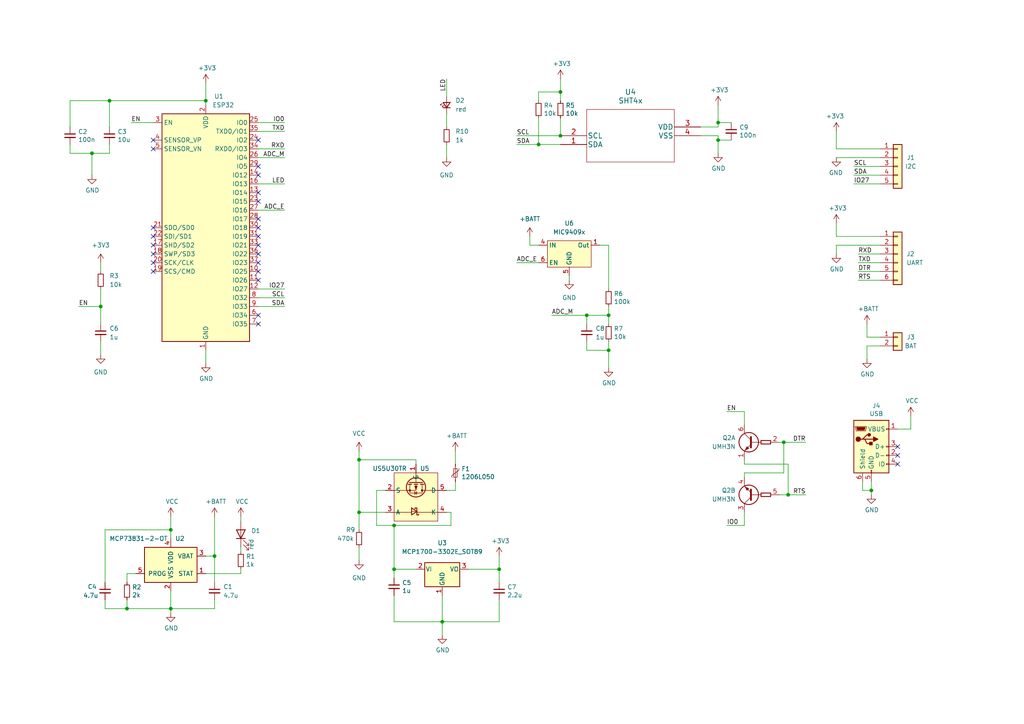
<source format=kicad_sch>
(kicad_sch (version 20211123) (generator eeschema)
  (paper "A4")
  (lib_symbols
    (symbol "Battery_Management:MCP73831-2-OT" (pin_names (offset 1.016))
      (property "Reference" "U" (at -7.62 6.35 0))
      (property "Value" "MCP73831-2-OT" (at 1.27 6.35 0))
      (symbol "MCP73831-2-OT_0_1"
        (rectangle (start -7.62 5.08) (end 7.62 -5.08) (stroke (width 0.254)) (fill (type background)))
      )
      (symbol "MCP73831-2-OT_1_1"
        (pin output line (at 10.16 -2.54 180) (length 2.54) (name "STAT") (number "1"))
        (pin power_in line (at 0 -7.62 90) (length 2.54) (name "VSS") (number "2"))
        (pin power_out line (at 10.16 2.54 180) (length 2.54) (name "VBAT") (number "3"))
        (pin power_in line (at 0 7.62 270) (length 2.54) (name "VDD") (number "4"))
        (pin input line (at -10.16 -2.54 0) (length 2.54) (name "PROG") (number "5"))
      )
    )
    (symbol "Connector:USB_B_Micro" (pin_names (offset 1.016))
      (property "Reference" "J" (at -5.08 11.43 0))
      (property "Value" "USB_B_Micro" (at -5.08 8.89 0))
      (symbol "USB_B_Micro_0_1"
        (rectangle (start -5.08 -7.62) (end 5.08 7.62) (stroke (width 0.254)) (fill (type background)))
        (circle (center -3.81 2.159) (radius 0.635) (stroke (width 0.254)) (fill (type outline)))
        (circle (center -0.635 3.429) (radius 0.381) (stroke (width 0.254)) (fill (type outline)))
        (rectangle (start -0.127 -7.62) (end 0.127 -6.858))
        (polyline (pts (xy -1.905 2.159) (xy 0.635 2.159)) (stroke (width 0.254)))
        (polyline (pts (xy -3.175 2.159) (xy -2.54 2.159) (xy -1.27 3.429) (xy -0.635 3.429)) (stroke (width 0.254)))
        (polyline (pts (xy -2.54 2.159) (xy -1.905 2.159) (xy -1.27 0.889) (xy 0 0.889)) (stroke (width 0.254)))
        (polyline (pts (xy 0.635 2.794) (xy 0.635 1.524) (xy 1.905 2.159) (xy 0.635 2.794)) (stroke (width 0.254)) (fill (type outline)))
        (polyline (pts (xy -4.318 5.588) (xy -1.778 5.588) (xy -2.032 4.826) (xy -4.064 4.826) (xy -4.318 5.588)) (fill (type outline)))
        (polyline (pts (xy -4.699 5.842) (xy -4.699 5.588) (xy -4.445 4.826) (xy -4.445 4.572) (xy -1.651 4.572) (xy -1.651 4.826) (xy -1.397 5.588) (xy -1.397 5.842) (xy -4.699 5.842)))
        (rectangle (start 0.254 1.27) (end -0.508 0.508) (stroke (width 0.254)) (fill (type outline)))
        (rectangle (start 5.08 -5.207) (end 4.318 -4.953))
        (rectangle (start 5.08 -2.667) (end 4.318 -2.413))
        (rectangle (start 5.08 -0.127) (end 4.318 0.127))
        (rectangle (start 5.08 4.953) (end 4.318 5.207))
      )
      (symbol "USB_B_Micro_1_1"
        (pin power_out line (at 7.62 5.08 180) (length 2.54) (name "VBUS") (number "1"))
        (pin bidirectional line (at 7.62 -2.54 180) (length 2.54) (name "D-") (number "2"))
        (pin bidirectional line (at 7.62 0 180) (length 2.54) (name "D+") (number "3"))
        (pin passive line (at 7.62 -5.08 180) (length 2.54) (name "ID") (number "4"))
        (pin power_out line (at 0 -10.16 90) (length 2.54) (name "GND") (number "5"))
        (pin passive line (at -2.54 -10.16 90) (length 2.54) (name "Shield") (number "6"))
      )
    )
    (symbol "Connector_Generic:Conn_01x02" (pin_names (offset 1.016) hide)
      (property "Reference" "J" (at 0 2.54 0))
      (property "Value" "Conn_01x02" (at 0 -5.08 0))
      (symbol "Conn_01x02_1_1"
        (rectangle (start -1.27 -2.413) (end 0 -2.667) (stroke (width 0.1524)))
        (rectangle (start -1.27 0.127) (end 0 -0.127) (stroke (width 0.1524)))
        (rectangle (start -1.27 1.27) (end 1.27 -3.81) (stroke (width 0.254)) (fill (type background)))
        (pin passive line (at -5.08 0 0) (length 3.81) (name "Pin_1") (number "1") (alternate "" input line))
        (pin passive line (at -5.08 -2.54 0) (length 3.81) (name "Pin_2") (number "2"))
      )
    )
    (symbol "Connector_Generic:Conn_01x05" (pin_names (offset 1.016) hide)
      (property "Reference" "J" (at 0 7.62 0))
      (property "Value" "Conn_01x05" (at 0 -7.62 0))
      (symbol "Conn_01x05_1_1"
        (rectangle (start -1.27 -4.953) (end 0 -5.207) (stroke (width 0.1524)))
        (rectangle (start -1.27 -2.413) (end 0 -2.667) (stroke (width 0.1524)))
        (rectangle (start -1.27 0.127) (end 0 -0.127) (stroke (width 0.1524)))
        (rectangle (start -1.27 2.667) (end 0 2.413) (stroke (width 0.1524)))
        (rectangle (start -1.27 5.207) (end 0 4.953) (stroke (width 0.1524)))
        (rectangle (start -1.27 6.35) (end 1.27 -6.35) (stroke (width 0.254)) (fill (type background)))
        (pin passive line (at -5.08 5.08 0) (length 3.81) (name "Pin_1") (number "1"))
        (pin passive line (at -5.08 2.54 0) (length 3.81) (name "Pin_2") (number "2"))
        (pin passive line (at -5.08 0 0) (length 3.81) (name "Pin_3") (number "3"))
        (pin passive line (at -5.08 -2.54 0) (length 3.81) (name "Pin_4") (number "4"))
        (pin passive line (at -5.08 -5.08 0) (length 3.81) (name "Pin_5") (number "5"))
      )
    )
    (symbol "Connector_Generic:Conn_01x06" (pin_names (offset 1.016) hide)
      (property "Reference" "J" (at 0 7.62 0))
      (property "Value" "Conn_01x06" (at 0 -10.16 0))
      (symbol "Conn_01x06_1_1"
        (rectangle (start -1.27 -7.493) (end 0 -7.747) (stroke (width 0.1524)))
        (rectangle (start -1.27 -4.953) (end 0 -5.207) (stroke (width 0.1524)))
        (rectangle (start -1.27 -2.413) (end 0 -2.667) (stroke (width 0.1524)))
        (rectangle (start -1.27 0.127) (end 0 -0.127) (stroke (width 0.1524)))
        (rectangle (start -1.27 2.667) (end 0 2.413) (stroke (width 0.1524)))
        (rectangle (start -1.27 5.207) (end 0 4.953) (stroke (width 0.1524)))
        (rectangle (start -1.27 6.35) (end 1.27 -8.89) (stroke (width 0.254)) (fill (type background)))
        (pin passive line (at -5.08 5.08 0) (length 3.81) (name "Pin_1") (number "1"))
        (pin passive line (at -5.08 2.54 0) (length 3.81) (name "Pin_2") (number "2"))
        (pin passive line (at -5.08 0 0) (length 3.81) (name "Pin_3") (number "3"))
        (pin passive line (at -5.08 -2.54 0) (length 3.81) (name "Pin_4") (number "4"))
        (pin passive line (at -5.08 -5.08 0) (length 3.81) (name "Pin_5") (number "5"))
        (pin passive line (at -5.08 -7.62 0) (length 3.81) (name "Pin_6") (number "6"))
      )
    )
    (symbol "Device:C_Small" (pin_numbers hide) (pin_names (offset 0.254) hide)
      (property "Reference" "C" (at 0.254 1.778 0))
      (property "Value" "C_Small" (at 0.254 -2.032 0))
      (symbol "C_Small_0_1"
        (polyline (pts (xy -1.524 -0.508) (xy 1.524 -0.508)) (stroke (width 0.3302)))
        (polyline (pts (xy -1.524 0.508) (xy 1.524 0.508)) (stroke (width 0.3048)))
      )
      (symbol "C_Small_1_1"
        (pin passive line (at 0 2.54 270) (length 2.032) (name "~") (number "1"))
        (pin passive line (at 0 -2.54 90) (length 2.032) (name "~") (number "2"))
      )
    )
    (symbol "Device:LED" (pin_numbers hide) (pin_names (offset 1.016) hide)
      (property "Reference" "D" (at 0 2.54 0))
      (property "Value" "LED" (at 0 -2.54 0))
      (symbol "LED_0_1"
        (polyline (pts (xy -1.27 -1.27) (xy -1.27 1.27)) (stroke (width 0.254)))
        (polyline (pts (xy -1.27 0) (xy 1.27 0)))
        (polyline (pts (xy 1.27 -1.27) (xy 1.27 1.27) (xy -1.27 0) (xy 1.27 -1.27)) (stroke (width 0.254)))
        (polyline (pts (xy -3.048 -0.762) (xy -4.572 -2.286) (xy -3.81 -2.286) (xy -4.572 -2.286) (xy -4.572 -1.524)))
        (polyline (pts (xy -1.778 -0.762) (xy -3.302 -2.286) (xy -2.54 -2.286) (xy -3.302 -2.286) (xy -3.302 -1.524)))
      )
      (symbol "LED_1_1"
        (pin passive line (at -3.81 0 0) (length 2.54) (name "K") (number "1"))
        (pin passive line (at 3.81 0 180) (length 2.54) (name "A") (number "2"))
      )
    )
    (symbol "Device:LED_Small" (pin_numbers hide) (pin_names (offset 0.254) hide)
      (property "Reference" "D" (at -1.27 3.175 0))
      (property "Value" "LED_Small" (at -4.445 -2.54 0))
      (symbol "LED_Small_0_1"
        (polyline (pts (xy -0.762 -1.016) (xy -0.762 1.016)) (stroke (width 0.254)))
        (polyline (pts (xy 1.016 0) (xy -0.762 0)))
        (polyline (pts (xy 0.762 -1.016) (xy -0.762 0) (xy 0.762 1.016) (xy 0.762 -1.016)) (stroke (width 0.254)))
        (polyline (pts (xy 0 0.762) (xy -0.508 1.27) (xy -0.254 1.27) (xy -0.508 1.27) (xy -0.508 1.016)))
        (polyline (pts (xy 0.508 1.27) (xy 0 1.778) (xy 0.254 1.778) (xy 0 1.778) (xy 0 1.524)))
      )
      (symbol "LED_Small_1_1"
        (pin passive line (at -2.54 0 0) (length 1.778) (name "K") (number "1"))
        (pin passive line (at 2.54 0 180) (length 1.778) (name "A") (number "2"))
      )
    )
    (symbol "Device:Polyfuse_Small" (pin_numbers hide) (pin_names (offset 0))
      (property "Reference" "F" (at -1.905 0 90))
      (property "Value" "Polyfuse_Small" (at 1.905 0 90))
      (symbol "Polyfuse_Small_0_1"
        (rectangle (start -0.508 1.27) (end 0.508 -1.27))
        (polyline (pts (xy 0 2.54) (xy 0 -2.54)))
        (polyline (pts (xy -1.016 1.27) (xy -1.016 0.762) (xy 1.016 -0.762) (xy 1.016 -1.27)))
      )
      (symbol "Polyfuse_Small_1_1"
        (pin passive line (at 0 2.54 270) (length 0.635) (name "~") (number "1"))
        (pin passive line (at 0 -2.54 90) (length 0.635) (name "~") (number "2"))
      )
    )
    (symbol "Device:R_Small" (pin_numbers hide) (pin_names (offset 0.254) hide)
      (property "Reference" "R" (at 0.762 0.508 0))
      (property "Value" "R_Small" (at 0.762 -1.016 0))
      (symbol "R_Small_0_1"
        (rectangle (start -0.762 1.778) (end 0.762 -1.778) (stroke (width 0.2032)))
      )
      (symbol "R_Small_1_1"
        (pin passive line (at 0 2.54 270) (length 0.762) (name "~") (number "1"))
        (pin passive line (at 0 -2.54 90) (length 0.762) (name "~") (number "2"))
      )
    )
    (symbol "RF_Module:ESP32-WROOM-32"
      (property "Reference" "U" (at -12.7 34.29 0))
      (property "Value" "ESP32-WROOM-32" (at 1.27 34.29 0))
      (symbol "ESP32-WROOM-32_0_1"
        (rectangle (start -12.7 33.02) (end 12.7 -33.02) (stroke (width 0.254)) (fill (type background)))
      )
      (symbol "ESP32-WROOM-32_1_1"
        (pin power_in line (at 0 -35.56 90) (length 2.54) (name "GND") (number "1"))
        (pin bidirectional line (at 15.24 -12.7 180) (length 2.54) (name "IO25") (number "10"))
        (pin bidirectional line (at 15.24 -15.24 180) (length 2.54) (name "IO26") (number "11"))
        (pin bidirectional line (at 15.24 -17.78 180) (length 2.54) (name "IO27") (number "12"))
        (pin bidirectional line (at 15.24 10.16 180) (length 2.54) (name "IO14") (number "13"))
        (pin bidirectional line (at 15.24 15.24 180) (length 2.54) (name "IO12") (number "14"))
        (pin passive line (at 0 -35.56 90) (length 2.54) hide (name "GND") (number "15"))
        (pin bidirectional line (at 15.24 12.7 180) (length 2.54) (name "IO13") (number "16"))
        (pin bidirectional line (at -15.24 -5.08 0) (length 2.54) (name "SHD/SD2") (number "17"))
        (pin bidirectional line (at -15.24 -7.62 0) (length 2.54) (name "SWP/SD3") (number "18"))
        (pin bidirectional line (at -15.24 -12.7 0) (length 2.54) (name "SCS/CMD") (number "19"))
        (pin power_in line (at 0 35.56 270) (length 2.54) (name "VDD") (number "2"))
        (pin bidirectional line (at -15.24 -10.16 0) (length 2.54) (name "SCK/CLK") (number "20"))
        (pin bidirectional line (at -15.24 0 0) (length 2.54) (name "SDO/SD0") (number "21"))
        (pin bidirectional line (at -15.24 -2.54 0) (length 2.54) (name "SDI/SD1") (number "22"))
        (pin bidirectional line (at 15.24 7.62 180) (length 2.54) (name "IO15") (number "23"))
        (pin bidirectional line (at 15.24 25.4 180) (length 2.54) (name "IO2") (number "24"))
        (pin bidirectional line (at 15.24 30.48 180) (length 2.54) (name "IO0") (number "25"))
        (pin bidirectional line (at 15.24 20.32 180) (length 2.54) (name "IO4") (number "26"))
        (pin bidirectional line (at 15.24 5.08 180) (length 2.54) (name "IO16") (number "27"))
        (pin bidirectional line (at 15.24 2.54 180) (length 2.54) (name "IO17") (number "28"))
        (pin bidirectional line (at 15.24 17.78 180) (length 2.54) (name "IO5") (number "29"))
        (pin input line (at -15.24 30.48 0) (length 2.54) (name "EN") (number "3"))
        (pin bidirectional line (at 15.24 0 180) (length 2.54) (name "IO18") (number "30"))
        (pin bidirectional line (at 15.24 -2.54 180) (length 2.54) (name "IO19") (number "31"))
        (pin no_connect line (at -12.7 -27.94 0) (length 2.54) hide (name "NC") (number "32"))
        (pin bidirectional line (at 15.24 -5.08 180) (length 2.54) (name "IO21") (number "33"))
        (pin bidirectional line (at 15.24 22.86 180) (length 2.54) (name "RXD0/IO3") (number "34"))
        (pin bidirectional line (at 15.24 27.94 180) (length 2.54) (name "TXD0/IO1") (number "35"))
        (pin bidirectional line (at 15.24 -7.62 180) (length 2.54) (name "IO22") (number "36"))
        (pin bidirectional line (at 15.24 -10.16 180) (length 2.54) (name "IO23") (number "37"))
        (pin passive line (at 0 -35.56 90) (length 2.54) hide (name "GND") (number "38"))
        (pin passive line (at 0 -35.56 90) (length 2.54) hide (name "GND") (number "39"))
        (pin input line (at -15.24 25.4 0) (length 2.54) (name "SENSOR_VP") (number "4"))
        (pin input line (at -15.24 22.86 0) (length 2.54) (name "SENSOR_VN") (number "5"))
        (pin input line (at 15.24 -25.4 180) (length 2.54) (name "IO34") (number "6"))
        (pin input line (at 15.24 -27.94 180) (length 2.54) (name "IO35") (number "7"))
        (pin bidirectional line (at 15.24 -20.32 180) (length 2.54) (name "IO32") (number "8"))
        (pin bidirectional line (at 15.24 -22.86 180) (length 2.54) (name "IO33") (number "9"))
      )
    )
    (symbol "Regulator_Linear:MCP1700-3302E_SOT89" (pin_names (offset 0.254))
      (property "Reference" "U" (at -3.81 3.175 0))
      (property "Value" "MCP1700-3302E_SOT89" (at 0 3.175 0))
      (symbol "MCP1700-3302E_SOT89_0_1"
        (rectangle (start -5.08 -5.08) (end 5.08 1.905) (stroke (width 0.254)) (fill (type background)))
      )
      (symbol "MCP1700-3302E_SOT89_1_1"
        (pin power_in line (at 0 -7.62 90) (length 2.54) (name "GND") (number "1"))
        (pin power_in line (at -7.62 0 0) (length 2.54) (name "VI") (number "2"))
        (pin power_out line (at 7.62 0 180) (length 2.54) (name "VO") (number "3"))
      )
    )
    (symbol "SHT40-AD18-R2:SHT40-AD1B-R2" (pin_names (offset 0.254))
      (property "Reference" "U4" (at 20.32 14.9098 0))
      (property "Value" "SHT40-AD1B-R2" (at 20.32 12.2174 0))
      (symbol "SHT40-AD1B-R2_1_1"
        (polyline (pts (xy 7.62 -10.16) (xy 33.02 -10.16)) (stroke (width 0.127)))
        (polyline (pts (xy 7.62 5.08) (xy 7.62 -10.16)) (stroke (width 0.127)))
        (polyline (pts (xy 33.02 -10.16) (xy 33.02 5.08)) (stroke (width 0.127)))
        (polyline (pts (xy 33.02 5.08) (xy 7.62 5.08)) (stroke (width 0.127)))
        (pin bidirectional line (at 0 0 0) (length 7.62) (name "SDA") (number "1"))
        (pin input line (at 0 -2.54 0) (length 7.62) (name "SCL") (number "2"))
        (pin power_in line (at 40.64 -5.08 180) (length 7.62) (name "VDD") (number "3"))
        (pin power_in line (at 40.64 -2.54 180) (length 7.62) (name "VSS") (number "4"))
      )
    )
    (symbol "Transistor_BJT:UMH3N" (pin_names hide)
      (property "Reference" "Q" (at 7.62 1.27 0))
      (property "Value" "UMH3N" (at 7.62 -1.27 0))
      (symbol "UMH3N_0_1"
        (polyline (pts (xy 3.175 0) (xy 0.254 0)))
        (polyline (pts (xy 3.175 0.635) (xy 5.08 2.54)))
        (polyline (pts (xy 3.175 1.524) (xy 3.175 -1.524)) (stroke (width 0.508)))
        (polyline (pts (xy 3.175 -0.635) (xy 5.08 -2.54) (xy 5.08 -2.54)))
        (polyline (pts (xy 3.81 -1.778) (xy 4.318 -1.27) (xy 4.826 -2.286) (xy 3.81 -1.778) (xy 3.81 -1.778)) (fill (type outline)))
        (rectangle (start 0.254 0.508) (end -2.54 -0.508) (stroke (width 0.254)))
        (circle (center 3.81 0) (radius 2.8194) (stroke (width 0.254)))
      )
      (symbol "UMH3N_1_1"
        (pin passive line (at 5.08 -5.08 90) (length 2.54) (name "E1") (number "1"))
        (pin input line (at -5.08 0 0) (length 2.54) (name "B1") (number "2"))
        (pin passive line (at 5.08 5.08 270) (length 2.54) (name "C1") (number "6"))
      )
      (symbol "UMH3N_2_1"
        (pin passive line (at 5.08 5.08 270) (length 2.54) (name "C2") (number "3"))
        (pin passive line (at 5.08 -5.08 90) (length 2.54) (name "E2") (number "4"))
        (pin input line (at -5.08 0 0) (length 2.54) (name "B2") (number "5"))
      )
    )
    (symbol "parts:MIC9409x"
      (property "Reference" "U" (at 0 0 0))
      (property "Value" "MIC9409x" (at 0 2.54 0))
      (symbol "MIC9409x_0_1"
        (rectangle (start -6.35 -1.27) (end 6.35 -8.89) (fill (type background)))
      )
      (symbol "MIC9409x_1_1"
        (pin output line (at 8.89 -2.54 180) (length 2.54) (name "Out") (number "1"))
        (pin passive line (at 0 -11.43 90) (length 2.54) hide (name "GND") (number "2"))
        (pin no_connect line (at 8.89 -7.62 180) (length 2.54) hide (name "NC") (number "3"))
        (pin input line (at -8.89 -2.54 0) (length 2.54) (name "IN") (number "4"))
        (pin input line (at 0 -11.43 90) (length 2.54) (name "GND") (number "5"))
        (pin input line (at -8.89 -7.62 0) (length 2.54) (name "EN") (number "6"))
      )
    )
    (symbol "parts:US5U30TR"
      (property "Reference" "U" (at 0 0 0))
      (property "Value" "US5U30TR" (at 0 2.54 0))
      (symbol "US5U30TR_0_1"
        (circle (center -3.429 -15.24) (radius 2.794) (stroke (width 0.254)))
        (circle (center -2.54 -17.018) (radius 0.254) (fill (type outline)))
        (circle (center -2.54 -13.462) (radius 0.254) (fill (type outline)))
        (polyline (pts (xy -4.826 -15.24) (xy -7.62 -15.24)))
        (polyline (pts (xy -4.826 -13.335) (xy -4.826 -17.145)) (stroke (width 0.254)))
        (polyline (pts (xy -4.318 -16.51) (xy -4.318 -17.526)) (stroke (width 0.254)))
        (polyline (pts (xy -4.318 -14.732) (xy -4.318 -15.748)) (stroke (width 0.254)))
        (polyline (pts (xy -4.318 -12.954) (xy -4.318 -13.97)) (stroke (width 0.254)))
        (polyline (pts (xy -2.54 -21.59) (xy -2.54 -17.78)))
        (polyline (pts (xy -2.54 -12.7) (xy -2.54 -13.462)))
        (polyline (pts (xy -2.54 -8.89) (xy -2.54 -12.7)))
        (polyline (pts (xy 3.556 -14.986) (xy 3.556 -16.51)))
        (polyline (pts (xy 3.81 -21.59) (xy 3.81 -16.51)))
        (polyline (pts (xy 3.81 -8.89) (xy 3.81 -15.24)))
        (polyline (pts (xy -2.54 -17.78) (xy -2.54 -15.24) (xy -4.318 -15.24)))
        (polyline (pts (xy -4.318 -13.462) (xy -1.778 -13.462) (xy -1.778 -17.018) (xy -4.318 -17.018)))
        (polyline (pts (xy -2.794 -15.24) (xy -3.81 -14.859) (xy -3.81 -15.621) (xy -2.794 -15.24)) (fill (type outline)))
        (polyline (pts (xy -2.286 -15.748) (xy -2.159 -15.621) (xy -1.397 -15.621) (xy -1.27 -15.494)))
        (polyline (pts (xy -1.778 -15.621) (xy -2.159 -14.986) (xy -1.397 -14.986) (xy -1.778 -15.621)))
        (polyline (pts (xy 2.54 -16.51) (xy 3.556 -14.986) (xy 4.572 -16.51) (xy 2.54 -16.51)) (stroke (width 0.254)))
        (polyline (pts (xy 4.318 -14.478) (xy 4.572 -14.478) (xy 4.572 -14.986) (xy 2.54 -14.986) (xy 2.54 -15.494) (xy 2.794 -15.494)) (stroke (width 0.254)))
        (rectangle (start 6.35 -8.89) (end -7.62 -21.59) (fill (type background)))
      )
      (symbol "US5U30TR_1_1"
        (pin input line (at -10.16 -15.24 0) (length 2.54) (name "G") (number "1"))
        (pin passive line (at -2.54 -24.13 90) (length 2.54) (name "S") (number "2"))
        (pin passive line (at 3.81 -24.13 90) (length 2.54) (name "A") (number "3"))
        (pin passive line (at 3.81 -6.35 270) (length 2.54) (name "K") (number "4"))
        (pin passive line (at -2.54 -6.35 270) (length 2.54) (name "D") (number "5"))
      )
    )
    (symbol "power:+3.3V" (power) (pin_names (offset 0))
      (property "Value" "+3.3V" (at 0 3.556 0))
      (symbol "+3.3V_0_1"
        (polyline (pts (xy -0.762 1.27) (xy 0 2.54)))
        (polyline (pts (xy 0 0) (xy 0 2.54)))
        (polyline (pts (xy 0 2.54) (xy 0.762 1.27)))
      )
      (symbol "+3.3V_1_1"
        (pin power_in line (at 0 0 90) (length 0) hide (name "+3V3") (number "1"))
      )
    )
    (symbol "power:+3V3" (power) (pin_names (offset 0))
      (property "Value" "+3V3" (at 0 3.556 0))
      (symbol "+3V3_0_1"
        (polyline (pts (xy -0.762 1.27) (xy 0 2.54)))
        (polyline (pts (xy 0 0) (xy 0 2.54)))
        (polyline (pts (xy 0 2.54) (xy 0.762 1.27)))
      )
      (symbol "+3V3_1_1"
        (pin power_in line (at 0 0 90) (length 0) hide (name "+3V3") (number "1"))
      )
    )
    (symbol "power:+BATT" (power) (pin_names (offset 0))
      (property "Value" "+BATT" (at 0 3.556 0))
      (symbol "+BATT_0_1"
        (polyline (pts (xy -0.762 1.27) (xy 0 2.54)))
        (polyline (pts (xy 0 0) (xy 0 2.54)))
        (polyline (pts (xy 0 2.54) (xy 0.762 1.27)))
      )
      (symbol "+BATT_1_1"
        (pin power_in line (at 0 0 90) (length 0) hide (name "+BATT") (number "1"))
      )
    )
    (symbol "power:GND" (power) (pin_names (offset 0))
      (property "Value" "GND" (at 0 -3.81 0))
      (symbol "GND_0_1"
        (polyline (pts (xy 0 0) (xy 0 -1.27) (xy 1.27 -1.27) (xy 0 -2.54) (xy -1.27 -1.27) (xy 0 -1.27)))
      )
      (symbol "GND_1_1"
        (pin power_in line (at 0 0 270) (length 0) hide (name "GND") (number "1"))
      )
    )
    (symbol "power:VCC" (power) (pin_names (offset 0))
      (property "Value" "VCC" (at 0 3.81 0))
      (symbol "VCC_0_1"
        (polyline (pts (xy -0.762 1.27) (xy 0 2.54)))
        (polyline (pts (xy 0 0) (xy 0 2.54)))
        (polyline (pts (xy 0 2.54) (xy 0.762 1.27)))
      )
      (symbol "VCC_1_1"
        (pin power_in line (at 0 0 90) (length 0) hide (name "VCC") (number "1"))
      )
    )
  )
  (junction (at 208.28 35.56))
  (junction (at 144.78 165.1))
  (junction (at 227.33 128.27))
  (junction (at 128.27 180.34))
  (junction (at 36.83 176.53))
  (junction (at 156.21 41.91))
  (junction (at 31.75 29.21))
  (junction (at 252.73 142.24))
  (junction (at 114.3 152.4))
  (junction (at 176.53 101.6))
  (junction (at 29.21 88.9))
  (junction (at 49.53 176.53))
  (junction (at 26.67 44.45))
  (junction (at 49.53 153.67))
  (junction (at 59.69 29.21))
  (junction (at 62.23 161.29))
  (junction (at 228.6 143.51))
  (junction (at 176.53 91.44))
  (junction (at 162.56 39.37))
  (junction (at 104.14 133.35))
  (junction (at 114.3 165.1))
  (junction (at 208.28 40.64))
  (junction (at 104.14 148.59))
  (junction (at 170.18 91.44))
  (junction (at 162.56 26.67))
  (no_connect (at 74.93 78.74))
  (no_connect (at 44.45 73.66))
  (no_connect (at 74.93 81.28))
  (no_connect (at 260.35 132.08))
  (no_connect (at 44.45 43.18))
  (no_connect (at 74.93 55.88))
  (no_connect (at 44.45 76.2))
  (no_connect (at 74.93 48.26))
  (no_connect (at 44.45 68.58))
  (no_connect (at 74.93 58.42))
  (no_connect (at 74.93 40.64))
  (no_connect (at 44.45 40.64))
  (no_connect (at 44.45 66.04))
  (no_connect (at 44.45 71.12))
  (no_connect (at 74.93 68.58))
  (no_connect (at 260.35 129.54))
  (no_connect (at 74.93 63.5))
  (no_connect (at 74.93 50.8))
  (no_connect (at 74.93 66.04))
  (no_connect (at 44.45 78.74))
  (no_connect (at 260.35 134.62))
  (no_connect (at 74.93 71.12))
  (no_connect (at 74.93 73.66))
  (no_connect (at 74.93 76.2))
  (no_connect (at 74.93 93.98))
  (no_connect (at 74.93 91.44))
  (wire (pts (xy 215.9 148.59) (xy 215.9 152.4)))
  (wire (pts (xy 251.46 100.33) (xy 255.27 100.33)))
  (wire (pts (xy 49.53 171.45) (xy 49.53 176.53)))
  (wire (pts (xy 144.78 173.99) (xy 144.78 180.34)))
  (wire (pts (xy 135.89 165.1) (xy 144.78 165.1)))
  (wire (pts (xy 250.19 139.7) (xy 250.19 142.24)))
  (wire (pts (xy 20.32 36.83) (xy 20.32 29.21)))
  (wire (pts (xy 104.14 148.59) (xy 104.14 153.67)))
  (wire (pts (xy 132.08 139.7) (xy 132.08 142.24)))
  (wire (pts (xy 242.57 71.12) (xy 242.57 73.66)))
  (wire (pts (xy 30.48 168.91) (xy 30.48 153.67)))
  (wire (pts (xy 59.69 24.13) (xy 59.69 29.21)))
  (wire (pts (xy 128.27 180.34) (xy 128.27 184.15)))
  (wire (pts (xy 149.86 39.37) (xy 162.56 39.37)))
  (wire (pts (xy 120.65 165.1) (xy 114.3 165.1)))
  (wire (pts (xy 20.32 29.21) (xy 31.75 29.21)))
  (wire (pts (xy 242.57 64.77) (xy 242.57 68.58)))
  (wire (pts (xy 228.6 134.62) (xy 228.6 143.51)))
  (wire (pts (xy 74.93 88.9) (xy 82.55 88.9)))
  (wire (pts (xy 227.33 137.16) (xy 215.9 137.16)))
  (wire (pts (xy 22.86 88.9) (xy 29.21 88.9)))
  (wire (pts (xy 149.86 41.91) (xy 156.21 41.91)))
  (wire (pts (xy 144.78 165.1) (xy 144.78 168.91)))
  (wire (pts (xy 74.93 35.56) (xy 82.55 35.56)))
  (wire (pts (xy 104.14 148.59) (xy 111.76 148.59)))
  (wire (pts (xy 31.75 36.83) (xy 31.75 29.21)))
  (wire (pts (xy 109.22 142.24) (xy 109.22 152.4)))
  (wire (pts (xy 215.9 134.62) (xy 228.6 134.62)))
  (wire (pts (xy 74.93 45.72) (xy 82.55 45.72)))
  (wire (pts (xy 36.83 173.99) (xy 36.83 176.53)))
  (wire (pts (xy 156.21 29.21) (xy 156.21 26.67)))
  (wire (pts (xy 255.27 45.72) (xy 242.57 45.72)))
  (wire (pts (xy 69.85 158.75) (xy 69.85 160.02)))
  (wire (pts (xy 170.18 91.44) (xy 176.53 91.44)))
  (wire (pts (xy 49.53 176.53) (xy 62.23 176.53)))
  (wire (pts (xy 208.28 39.37) (xy 208.28 40.64)))
  (wire (pts (xy 49.53 149.86) (xy 49.53 153.67)))
  (wire (pts (xy 227.33 128.27) (xy 227.33 137.16)))
  (wire (pts (xy 248.92 73.66) (xy 255.27 73.66)))
  (wire (pts (xy 162.56 26.67) (xy 162.56 22.86)))
  (wire (pts (xy 255.27 76.2) (xy 248.92 76.2)))
  (wire (pts (xy 203.2 36.83) (xy 208.28 36.83)))
  (wire (pts (xy 59.69 166.37) (xy 69.85 166.37)))
  (wire (pts (xy 74.93 53.34) (xy 82.55 53.34)))
  (wire (pts (xy 31.75 29.21) (xy 59.69 29.21)))
  (wire (pts (xy 215.9 137.16) (xy 215.9 138.43)))
  (wire (pts (xy 162.56 29.21) (xy 162.56 26.67)))
  (wire (pts (xy 176.53 99.06) (xy 176.53 101.6)))
  (wire (pts (xy 132.08 130.81) (xy 132.08 134.62)))
  (wire (pts (xy 210.82 119.38) (xy 215.9 119.38)))
  (wire (pts (xy 227.33 128.27) (xy 233.68 128.27)))
  (wire (pts (xy 255.27 48.26) (xy 247.65 48.26)))
  (wire (pts (xy 128.27 172.72) (xy 128.27 180.34)))
  (wire (pts (xy 264.16 120.65) (xy 264.16 124.46)))
  (wire (pts (xy 226.06 143.51) (xy 228.6 143.51)))
  (wire (pts (xy 26.67 44.45) (xy 31.75 44.45)))
  (wire (pts (xy 165.1 80.01) (xy 165.1 81.28)))
  (wire (pts (xy 176.53 71.12) (xy 176.53 83.82)))
  (wire (pts (xy 208.28 40.64) (xy 208.28 44.45)))
  (wire (pts (xy 156.21 26.67) (xy 162.56 26.67)))
  (wire (pts (xy 49.53 153.67) (xy 49.53 156.21)))
  (wire (pts (xy 114.3 152.4) (xy 130.81 152.4)))
  (wire (pts (xy 109.22 152.4) (xy 114.3 152.4)))
  (wire (pts (xy 149.86 76.2) (xy 156.21 76.2)))
  (wire (pts (xy 62.23 161.29) (xy 62.23 149.86)))
  (wire (pts (xy 129.54 41.91) (xy 129.54 45.72)))
  (wire (pts (xy 20.32 44.45) (xy 20.32 41.91)))
  (wire (pts (xy 212.09 40.64) (xy 208.28 40.64)))
  (wire (pts (xy 114.3 167.64) (xy 114.3 165.1)))
  (wire (pts (xy 215.9 152.4) (xy 210.82 152.4)))
  (wire (pts (xy 248.92 78.74) (xy 255.27 78.74)))
  (wire (pts (xy 74.93 86.36) (xy 82.55 86.36)))
  (wire (pts (xy 130.81 152.4) (xy 130.81 148.59)))
  (wire (pts (xy 69.85 166.37) (xy 69.85 165.1)))
  (wire (pts (xy 242.57 68.58) (xy 255.27 68.58)))
  (wire (pts (xy 31.75 41.91) (xy 31.75 44.45)))
  (wire (pts (xy 120.65 134.62) (xy 120.65 133.35)))
  (wire (pts (xy 111.76 142.24) (xy 109.22 142.24)))
  (wire (pts (xy 132.08 142.24) (xy 129.54 142.24)))
  (wire (pts (xy 170.18 91.44) (xy 170.18 93.98)))
  (wire (pts (xy 129.54 33.02) (xy 129.54 36.83)))
  (wire (pts (xy 170.18 99.06) (xy 170.18 101.6)))
  (wire (pts (xy 36.83 166.37) (xy 36.83 168.91)))
  (wire (pts (xy 104.14 158.75) (xy 104.14 162.56)))
  (wire (pts (xy 156.21 34.29) (xy 156.21 41.91)))
  (wire (pts (xy 114.3 180.34) (xy 114.3 172.72)))
  (wire (pts (xy 156.21 41.91) (xy 162.56 41.91)))
  (wire (pts (xy 59.69 29.21) (xy 59.69 30.48)))
  (wire (pts (xy 173.99 71.12) (xy 176.53 71.12)))
  (wire (pts (xy 36.83 176.53) (xy 30.48 176.53)))
  (wire (pts (xy 212.09 35.56) (xy 208.28 35.56)))
  (wire (pts (xy 29.21 76.2) (xy 29.21 78.74)))
  (wire (pts (xy 203.2 39.37) (xy 208.28 39.37)))
  (wire (pts (xy 176.53 88.9) (xy 176.53 91.44)))
  (wire (pts (xy 20.32 44.45) (xy 26.67 44.45)))
  (wire (pts (xy 228.6 143.51) (xy 233.68 143.51)))
  (wire (pts (xy 29.21 83.82) (xy 29.21 88.9)))
  (wire (pts (xy 44.45 35.56) (xy 38.1 35.56)))
  (wire (pts (xy 252.73 142.24) (xy 252.73 143.51)))
  (wire (pts (xy 36.83 176.53) (xy 49.53 176.53)))
  (wire (pts (xy 251.46 97.79) (xy 255.27 97.79)))
  (wire (pts (xy 250.19 142.24) (xy 252.73 142.24)))
  (wire (pts (xy 62.23 161.29) (xy 62.23 168.91)))
  (wire (pts (xy 74.93 43.18) (xy 82.55 43.18)))
  (wire (pts (xy 144.78 161.29) (xy 144.78 165.1)))
  (wire (pts (xy 162.56 34.29) (xy 162.56 39.37)))
  (wire (pts (xy 255.27 43.18) (xy 242.57 43.18)))
  (wire (pts (xy 264.16 124.46) (xy 260.35 124.46)))
  (wire (pts (xy 114.3 180.34) (xy 128.27 180.34)))
  (wire (pts (xy 104.14 133.35) (xy 104.14 148.59)))
  (wire (pts (xy 69.85 151.13) (xy 69.85 149.86)))
  (wire (pts (xy 170.18 101.6) (xy 176.53 101.6)))
  (wire (pts (xy 120.65 133.35) (xy 104.14 133.35)))
  (wire (pts (xy 215.9 119.38) (xy 215.9 123.19)))
  (wire (pts (xy 242.57 43.18) (xy 242.57 38.1)))
  (wire (pts (xy 30.48 153.67) (xy 49.53 153.67)))
  (wire (pts (xy 208.28 35.56) (xy 208.28 30.48)))
  (wire (pts (xy 160.02 91.44) (xy 170.18 91.44)))
  (wire (pts (xy 144.78 180.34) (xy 128.27 180.34)))
  (wire (pts (xy 153.67 68.58) (xy 153.67 71.12)))
  (wire (pts (xy 49.53 176.53) (xy 49.53 177.8)))
  (wire (pts (xy 247.65 53.34) (xy 255.27 53.34)))
  (wire (pts (xy 59.69 161.29) (xy 62.23 161.29)))
  (wire (pts (xy 59.69 101.6) (xy 59.69 105.41)))
  (wire (pts (xy 176.53 91.44) (xy 176.53 93.98)))
  (wire (pts (xy 252.73 139.7) (xy 252.73 142.24)))
  (wire (pts (xy 29.21 88.9) (xy 29.21 93.98)))
  (wire (pts (xy 242.57 71.12) (xy 255.27 71.12)))
  (wire (pts (xy 153.67 71.12) (xy 156.21 71.12)))
  (wire (pts (xy 129.54 22.86) (xy 129.54 27.94)))
  (wire (pts (xy 248.92 81.28) (xy 255.27 81.28)))
  (wire (pts (xy 114.3 152.4) (xy 114.3 165.1)))
  (wire (pts (xy 104.14 130.81) (xy 104.14 133.35)))
  (wire (pts (xy 74.93 38.1) (xy 82.55 38.1)))
  (wire (pts (xy 26.67 50.8) (xy 26.67 44.45)))
  (wire (pts (xy 29.21 99.06) (xy 29.21 102.87)))
  (wire (pts (xy 226.06 128.27) (xy 227.33 128.27)))
  (wire (pts (xy 255.27 50.8) (xy 247.65 50.8)))
  (wire (pts (xy 251.46 100.33) (xy 251.46 104.14)))
  (wire (pts (xy 39.37 166.37) (xy 36.83 166.37)))
  (wire (pts (xy 74.93 83.82) (xy 82.55 83.82)))
  (wire (pts (xy 215.9 133.35) (xy 215.9 134.62)))
  (wire (pts (xy 30.48 176.53) (xy 30.48 173.99)))
  (wire (pts (xy 251.46 97.79) (xy 251.46 93.98)))
  (wire (pts (xy 129.54 148.59) (xy 130.81 148.59)))
  (wire (pts (xy 208.28 36.83) (xy 208.28 35.56)))
  (wire (pts (xy 62.23 176.53) (xy 62.23 173.99)))
  (wire (pts (xy 176.53 101.6) (xy 176.53 106.68)))
  (wire (pts (xy 74.93 60.96) (xy 82.55 60.96)))
  (label "TXD" (at 82.55 38.1 180))
  (label "DTR" (at 233.68 128.27 180))
  (label "DTR" (at 248.92 78.74 0))
  (label "RTS" (at 233.68 143.51 180))
  (label "TXD" (at 248.92 76.2 0))
  (label "RXD" (at 82.55 43.18 180))
  (label "ADC_E" (at 149.86 76.2 0))
  (label "SCL" (at 247.65 48.26 0))
  (label "RTS" (at 248.92 81.28 0))
  (label "ADC_M" (at 82.55 45.72 180))
  (label "LED" (at 82.55 53.34 180))
  (label "ADC_E" (at 82.55 60.96 180))
  (label "EN" (at 38.1 35.56 0))
  (label "IO0" (at 210.82 152.4 0))
  (label "SDA" (at 82.55 88.9 180))
  (label "SCL" (at 149.86 39.37 0))
  (label "RXD" (at 248.92 73.66 0))
  (label "EN" (at 22.86 88.9 0))
  (label "SCL" (at 82.55 86.36 180))
  (label "IO27" (at 247.65 53.34 0))
  (label "IO27" (at 82.55 83.82 180))
  (label "EN" (at 210.82 119.38 0))
  (label "ADC_M" (at 160.02 91.44 0))
  (label "IO0" (at 82.55 35.56 180))
  (label "SDA" (at 149.86 41.91 0))
  (label "SDA" (at 247.65 50.8 0))
  (label "LED" (at 129.54 22.86 270))
  (symbol (lib_id "RF_Module:ESP32-WROOM-32") (at 59.69 66.04 0) (unit 1)
    (property "Reference" "U1" (at 63.5 27.94 0))
    (property "Value" "ESP32" (at 64.77 30.48 0))
    (property "Footprint" "RF_Module:ESP32-WROOM-32" (effects hide))
    (property "Datasheet" "https://www.espressif.com/sites/default/files/documentation/esp32-wroom-32_datasheet_en.pdf" (effects hide))
  )
  (symbol (lib_id "power:+3V3") (at 59.69 24.13 0) (unit 1)
    (property "Reference" "#PWR05" (effects hide))
    (property "Value" "+3V3" (at 60.071 19.7358 0))
  )
  (symbol (lib_id "Device:C_Small") (at 31.75 39.37 0) (unit 1)
    (property "Reference" "C3" (at 34.0868 38.2016 0) (effects (justify left)))
    (property "Value" "10u" (at 34.0868 40.513 0) (effects (justify left)))
    (property "Footprint" "Capacitor_SMD:C_0805_2012Metric_Pad1.18x1.45mm_HandSolder" (effects hide))
  )
  (symbol (lib_id "Device:C_Small") (at 20.32 39.37 0) (unit 1)
    (property "Reference" "C2" (at 22.6568 38.2016 0) (effects (justify left)))
    (property "Value" "100n" (at 22.6568 40.513 0) (effects (justify left)))
    (property "Footprint" "Capacitor_SMD:C_0805_2012Metric_Pad1.18x1.45mm_HandSolder" (effects hide))
  )
  (symbol (lib_id "power:GND") (at 59.69 105.41 0) (unit 1)
    (property "Reference" "#PWR06" (effects hide))
    (property "Value" "GND" (at 59.817 109.8042 0))
  )
  (symbol (lib_id "Connector_Generic:Conn_01x05") (at 260.35 48.26 0) (unit 1)
    (property "Reference" "J1" (at 264.16 45.72 0))
    (property "Value" "I2C" (at 264.16 48.26 0))
    (property "Footprint" "Connector_PinHeader_2.54mm:PinHeader_1x05_P2.54mm_Vertical" (effects hide))
  )
  (symbol (lib_id "Connector_Generic:Conn_01x06") (at 260.35 73.66 0) (unit 1)
    (property "Reference" "J2" (at 262.89 73.66 0) (effects (justify left)))
    (property "Value" "UART" (at 262.89 76.2 0) (effects (justify left)))
    (property "Footprint" "Connector_PinSocket_2.54mm:PinSocket_1x06_P2.54mm_Horizontal" (effects hide))
  )
  (symbol (lib_id "power:GND") (at 242.57 45.72 0) (mirror y) (unit 1)
    (property "Reference" "#PWR020" (effects hide))
    (property "Value" "GND" (at 242.443 50.1142 0))
  )
  (symbol (lib_id "power:+3V3") (at 242.57 38.1 0) (mirror y) (unit 1)
    (property "Reference" "#PWR019" (effects hide))
    (property "Value" "+3V3" (at 242.189 33.7058 0))
  )
  (symbol (lib_id "power:GND") (at 242.57 73.66 0) (unit 1)
    (property "Reference" "#PWR022" (effects hide))
    (property "Value" "GND" (at 242.697 78.0542 0))
  )
  (symbol (lib_id "power:+3V3") (at 144.78 161.29 0) (unit 1)
    (property "Reference" "#PWR012" (effects hide))
    (property "Value" "+3V3" (at 145.161 156.8958 0))
  )
  (symbol (lib_id "power:+BATT") (at 132.08 130.81 0) (unit 1)
    (property "Reference" "#PWR08" (effects hide))
    (property "Value" "+BATT" (at 132.461 126.4158 0))
  )
  (symbol (lib_id "Device:C_Small") (at 114.3 170.18 0) (unit 1)
    (property "Reference" "C5" (at 116.6368 169.0116 0) (effects (justify left)))
    (property "Value" "1u" (at 116.6368 171.323 0) (effects (justify left)))
    (property "Footprint" "Capacitor_SMD:C_0805_2012Metric_Pad1.18x1.45mm_HandSolder" (effects hide))
  )
  (symbol (lib_id "Device:C_Small") (at 144.78 171.45 0) (unit 1)
    (property "Reference" "C7" (at 147.1168 170.2816 0) (effects (justify left)))
    (property "Value" "2.2u" (at 147.1168 172.593 0) (effects (justify left)))
    (property "Footprint" "Capacitor_SMD:C_0805_2012Metric_Pad1.18x1.45mm_HandSolder" (effects hide))
  )
  (symbol (lib_id "power:GND") (at 128.27 184.15 0) (unit 1)
    (property "Reference" "#PWR09" (effects hide))
    (property "Value" "GND" (at 128.397 188.5442 0))
  )
  (symbol (lib_id "Device:Polyfuse_Small") (at 132.08 137.16 0) (mirror y) (unit 1)
    (property "Reference" "F1" (at 133.8072 135.9916 0) (effects (justify right)))
    (property "Value" "1206L050" (at 133.8072 138.303 0) (effects (justify right)))
    (property "Footprint" "Fuse:Fuse_1206_3216Metric_Pad1.42x1.75mm_HandSolder" (effects hide))
  )
  (symbol (lib_id "power:+BATT") (at 62.23 149.86 0) (unit 1)
    (property "Reference" "#PWR01" (effects hide))
    (property "Value" "+BATT" (at 62.611 145.4658 0))
  )
  (symbol (lib_id "Connector_Generic:Conn_01x02") (at 260.35 97.79 0) (unit 1)
    (property "Reference" "J3" (at 264.16 97.79 0))
    (property "Value" "BAT" (at 264.16 100.33 0))
    (property "Footprint" "Connector_JST:JST_PH_S2B-PH-K_1x02_P2.00mm_Horizontal" (effects hide))
  )
  (symbol (lib_id "power:GND") (at 251.46 104.14 0) (unit 1)
    (property "Reference" "#PWR024" (effects hide))
    (property "Value" "GND" (at 251.587 108.5342 0))
  )
  (symbol (lib_id "power:+BATT") (at 251.46 93.98 0) (unit 1)
    (property "Reference" "#PWR023" (effects hide))
    (property "Value" "+BATT" (at 251.841 89.5858 0))
  )
  (symbol (lib_id "power:GND") (at 49.53 177.8 0) (unit 1)
    (property "Reference" "#PWR02" (effects hide))
    (property "Value" "GND" (at 49.657 182.1942 0))
  )
  (symbol (lib_id "Device:R_Small") (at 36.83 171.45 0) (unit 1)
    (property "Reference" "R2" (at 38.3286 170.2816 0) (effects (justify left)))
    (property "Value" "2k" (at 38.3286 172.593 0) (effects (justify left)))
    (property "Footprint" "Resistor_SMD:R_0805_2012Metric_Pad1.20x1.40mm_HandSolder" (effects hide))
  )
  (symbol (lib_id "power:VCC") (at 49.53 149.86 0) (unit 1)
    (property "Reference" "#PWR07" (effects hide))
    (property "Value" "VCC" (at 49.911 145.4658 0))
  )
  (symbol (lib_id "power:+3V3") (at 242.57 64.77 0) (unit 1)
    (property "Reference" "#PWR021" (effects hide))
    (property "Value" "+3V3" (at 242.951 60.3758 0))
  )
  (symbol (lib_id "Connector:USB_B_Micro") (at 252.73 129.54 0) (unit 1)
    (property "Reference" "J4" (at 254.1778 117.6782 0))
    (property "Value" "USB" (at 254.1778 119.9896 0))
    (property "Footprint" "Connector_USB:USB_Micro-B_Amphenol_10104110_Horizontal" (effects hide))
  )
  (symbol (lib_id "power:VCC") (at 264.16 120.65 0) (unit 1)
    (property "Reference" "#PWR026" (effects hide))
    (property "Value" "VCC" (at 264.541 116.2558 0))
  )
  (symbol (lib_id "power:GND") (at 252.73 143.51 0) (unit 1)
    (property "Reference" "#PWR025" (effects hide))
    (property "Value" "GND" (at 252.857 147.9042 0))
  )
  (symbol (lib_id "Device:C_Small") (at 62.23 171.45 0) (unit 1)
    (property "Reference" "C1" (at 64.77 170.18 0) (effects (justify left)))
    (property "Value" "4.7u" (at 64.77 172.72 0) (effects (justify left)))
    (property "Footprint" "Capacitor_SMD:C_0805_2012Metric_Pad1.18x1.45mm_HandSolder" (effects hide))
  )
  (symbol (lib_id "Device:C_Small") (at 30.48 171.45 0) (unit 1)
    (property "Reference" "C4" (at 25.4 170.18 0) (effects (justify left)))
    (property "Value" "4.7u" (at 24.13 172.72 0) (effects (justify left)))
    (property "Footprint" "Capacitor_SMD:C_0805_2012Metric_Pad1.18x1.45mm_HandSolder" (effects hide))
  )
  (symbol (lib_id "Device:LED") (at 69.85 154.94 90) (unit 1)
    (property "Reference" "D1" (at 72.8472 153.9494 90) (effects (justify right)))
    (property "Value" "red" (at 72.8472 156.2608 0) (effects (justify right)))
    (property "Footprint" "Diode_SMD:D_0805_2012Metric_Pad1.15x1.40mm_HandSolder" (effects hide))
  )
  (symbol (lib_id "Device:R_Small") (at 69.85 162.56 0) (unit 1)
    (property "Reference" "R1" (at 71.3486 161.3916 0) (effects (justify left)))
    (property "Value" "1k" (at 71.3486 163.703 0) (effects (justify left)))
    (property "Footprint" "Resistor_SMD:R_0805_2012Metric_Pad1.20x1.40mm_HandSolder" (effects hide))
  )
  (symbol (lib_id "power:VCC") (at 69.85 149.86 0) (unit 1)
    (property "Reference" "#PWR03" (effects hide))
    (property "Value" "VCC" (at 70.231 145.4658 0))
  )
  (symbol (lib_id "SHT40-AD18-R2:SHT40-AD1B-R2") (at 162.56 41.91 0) (mirror x) (unit 1)
    (property "Reference" "U4" (at 182.88 26.67 0) (effects (font (size 1.524 1.524))))
    (property "Value" "SHT4x" (at 182.88 29.21 0) (effects (font (size 1.524 1.524))))
    (property "Footprint" "parts:SHT4x" (effects hide))
  )
  (symbol (lib_id "power:GND") (at 208.28 44.45 0) (unit 1)
    (property "Reference" "#PWR018" (effects hide))
    (property "Value" "GND" (at 208.407 48.8442 0))
  )
  (symbol (lib_id "power:+3.3V") (at 208.28 30.48 0) (unit 1)
    (property "Reference" "#PWR017" (effects hide))
    (property "Value" "+3.3V" (at 208.661 26.0858 0))
  )
  (symbol (lib_id "Device:C_Small") (at 212.09 38.1 0) (unit 1)
    (property "Reference" "C9" (at 214.4268 36.9316 0) (effects (justify left)))
    (property "Value" "100n" (at 214.4268 39.243 0) (effects (justify left)))
    (property "Footprint" "Capacitor_SMD:C_0805_2012Metric_Pad1.18x1.45mm_HandSolder" (effects hide))
  )
  (symbol (lib_id "Device:R_Small") (at 156.21 31.75 0) (mirror y) (unit 1)
    (property "Reference" "R4" (at 157.7086 30.5816 0) (effects (justify right)))
    (property "Value" "10k" (at 157.7086 32.893 0) (effects (justify right)))
    (property "Footprint" "Resistor_SMD:R_0805_2012Metric_Pad1.20x1.40mm_HandSolder" (effects hide))
  )
  (symbol (lib_id "Device:R_Small") (at 162.56 31.75 0) (unit 1)
    (property "Reference" "R5" (at 164.0586 30.5816 0) (effects (justify left)))
    (property "Value" "10k" (at 164.0586 32.893 0) (effects (justify left)))
    (property "Footprint" "Resistor_SMD:R_0805_2012Metric_Pad1.20x1.40mm_HandSolder" (effects hide))
  )
  (symbol (lib_id "power:+3.3V") (at 162.56 22.86 0) (unit 1)
    (property "Reference" "#PWR013" (effects hide))
    (property "Value" "+3.3V" (at 162.941 18.4658 0))
  )
  (symbol (lib_id "Device:R_Small") (at 176.53 86.36 0) (unit 1)
    (property "Reference" "R6" (at 178.0286 85.1916 0) (effects (justify left)))
    (property "Value" "100k" (at 178.0286 87.503 0) (effects (justify left)))
    (property "Footprint" "Resistor_SMD:R_0805_2012Metric_Pad1.20x1.40mm_HandSolder" (effects hide))
  )
  (symbol (lib_id "Device:R_Small") (at 176.53 96.52 0) (unit 1)
    (property "Reference" "R7" (at 178.0286 95.3516 0) (effects (justify left)))
    (property "Value" "10k" (at 178.0286 97.663 0) (effects (justify left)))
    (property "Footprint" "Resistor_SMD:R_0805_2012Metric_Pad1.20x1.40mm_HandSolder" (effects hide))
  )
  (symbol (lib_id "power:GND") (at 176.53 106.68 0) (unit 1)
    (property "Reference" "#PWR015" (effects hide))
    (property "Value" "GND" (at 176.657 111.0742 0))
  )
  (symbol (lib_id "power:GND") (at 26.67 50.8 0) (unit 1)
    (property "Reference" "#PWR04" (effects hide))
    (property "Value" "GND" (at 26.797 55.1942 0))
  )
  (symbol (lib_id "parts:MIC9409x") (at 165.1 68.58 0) (unit 1)
    (property "Reference" "U6" (at 165.1 64.77 0))
    (property "Value" "MIC9409x" (at 165.1 67.31 0))
    (property "Footprint" "Package_TO_SOT_SMD:SOT-363_SC-70-6" (effects hide))
  )
  (symbol (lib_id "Device:C_Small") (at 170.18 96.52 0) (unit 1)
    (property "Reference" "C8" (at 172.72 95.2562 0) (effects (justify left)))
    (property "Value" "1u" (at 172.72 97.7962 0) (effects (justify left)))
    (property "Footprint" "Capacitor_SMD:C_0805_2012Metric_Pad1.18x1.45mm_HandSolder" (effects hide))
  )
  (symbol (lib_id "Device:R_Small") (at 129.54 39.37 0) (unit 1)
    (property "Reference" "R10" (at 132.08 38.0999 0) (effects (justify left)))
    (property "Value" "1k" (at 132.08 40.6399 0) (effects (justify left)))
    (property "Footprint" "Resistor_SMD:R_0805_2012Metric_Pad1.20x1.40mm_HandSolder" (effects hide))
  )
  (symbol (lib_id "power:GND") (at 104.14 162.56 0) (unit 1)
    (property "Reference" "#PWR0102" (effects hide))
    (property "Value" "GND" (at 104.14 167.64 0))
  )
  (symbol (lib_id "Device:R_Small") (at 104.14 156.21 0) (unit 1)
    (property "Reference" "R9" (at 100.33 153.67 0) (effects (justify left)))
    (property "Value" "470k" (at 97.79 156.21 0) (effects (justify left)))
    (property "Footprint" "Resistor_SMD:R_0805_2012Metric_Pad1.20x1.40mm_HandSolder" (effects hide))
  )
  (symbol (lib_id "power:+BATT") (at 153.67 68.58 0) (unit 1)
    (property "Reference" "#PWR016" (effects hide))
    (property "Value" "+BATT" (at 153.67 63.5 0))
  )
  (symbol (lib_id "Device:R_Small") (at 29.21 81.28 0) (unit 1)
    (property "Reference" "R3" (at 31.75 80.0099 0) (effects (justify left)))
    (property "Value" "10k" (at 31.75 82.5499 0) (effects (justify left)))
    (property "Footprint" "Resistor_SMD:R_0805_2012Metric_Pad1.20x1.40mm_HandSolder" (effects hide))
  )
  (symbol (lib_id "Device:C_Small") (at 29.21 96.52 0) (unit 1)
    (property "Reference" "C6" (at 31.75 95.2562 0) (effects (justify left)))
    (property "Value" "1u" (at 31.75 97.7962 0) (effects (justify left)))
    (property "Footprint" "Capacitor_SMD:C_0805_2012Metric_Pad1.18x1.45mm_HandSolder" (effects hide))
  )
  (symbol (lib_id "Device:LED_Small") (at 129.54 30.48 90) (unit 1)
    (property "Reference" "D2" (at 132.08 29.1464 90) (effects (justify right)))
    (property "Value" "red" (at 132.08 31.6864 90) (effects (justify right)))
    (property "Footprint" "Diode_SMD:D_0805_2012Metric_Pad1.15x1.40mm_HandSolder" (effects hide))
  )
  (symbol (lib_id "power:GND") (at 129.54 45.72 0) (unit 1)
    (property "Reference" "#PWR0101" (effects hide))
    (property "Value" "GND" (at 129.54 50.8 0))
  )
  (symbol (lib_id "power:GND") (at 165.1 81.28 0) (unit 1)
    (property "Reference" "#PWR014" (effects hide))
    (property "Value" "GND" (at 165.1 86.36 0))
  )
  (symbol (lib_id "Transistor_BJT:UMH3N") (at 220.98 143.51 180) (unit 2)
    (property "Reference" "Q2" (at 213.36 142.2399 0) (effects (justify left)))
    (property "Value" "UMH3N" (at 213.36 144.7799 0) (effects (justify left)))
    (property "Footprint" "Package_TO_SOT_SMD:SOT-363_SC-70-6" (effects hide))
    (property "Datasheet" "http://rohmfs.rohm.com/en/products/databook/datasheet/discrete/transistor/digital/emh3t2r-e.pdf" (effects hide))
  )
  (symbol (lib_id "power:GND") (at 29.21 102.87 0) (unit 1)
    (property "Reference" "#PWR011" (effects hide))
    (property "Value" "GND" (at 29.21 107.95 0))
  )
  (symbol (lib_id "Transistor_BJT:UMH3N") (at 220.98 128.27 0) (mirror y) (unit 1)
    (property "Reference" "Q2" (at 213.36 126.9999 0) (effects (justify left)))
    (property "Value" "UMH3N" (at 213.36 129.5399 0) (effects (justify left)))
    (property "Footprint" "Package_TO_SOT_SMD:SOT-363_SC-70-6" (effects hide))
    (property "Datasheet" "http://rohmfs.rohm.com/en/products/databook/datasheet/discrete/transistor/digital/emh3t2r-e.pdf" (effects hide))
  )
  (symbol (lib_id "Regulator_Linear:MCP1700-3302E_SOT89") (at 128.27 165.1 0) (unit 1)
    (property "Reference" "U3" (at 128.27 157.48 0))
    (property "Value" "MCP1700-3302E_SOT89" (at 128.27 160.02 0))
    (property "Footprint" "Package_TO_SOT_SMD:SOT-89-3" (effects hide))
    (property "Datasheet" "http://ww1.microchip.com/downloads/en/DeviceDoc/20001826D.pdf" (effects hide))
  )
  (symbol (lib_id "Battery_Management:MCP73831-2-OT") (at 49.53 163.83 0) (unit 1)
    (property "Reference" "U2" (at 50.8 156.21 0) (effects (justify left)))
    (property "Value" "MCP73831-2-OT" (at 31.75 156.21 0) (effects (justify left)))
    (property "Footprint" "Package_TO_SOT_SMD:SOT-23-5" (effects hide))
    (property "Datasheet" "http://ww1.microchip.com/downloads/en/DeviceDoc/20001984g.pdf" (effects hide))
  )
  (symbol (lib_id "parts:US5U30TR") (at 135.89 144.78 270) (unit 1)
    (property "Reference" "U5" (at 123.19 135.89 90))
    (property "Value" "US5U30TR" (at 113.03 135.89 90))
    (property "Footprint" "Package_TO_SOT_SMD:SOT-353_SC-70-5" (effects hide))
  )
  (symbol (lib_id "power:+3.3V") (at 29.21 76.2 0) (unit 1)
    (property "Reference" "#PWR010" (effects hide))
    (property "Value" "+3.3V" (at 29.21 71.12 0))
  )
  (symbol (lib_id "power:VCC") (at 104.14 130.81 0) (unit 1)
    (property "Reference" "#PWR0103" (effects hide))
    (property "Value" "VCC" (at 104.14 125.73 0))
  )
)
</source>
